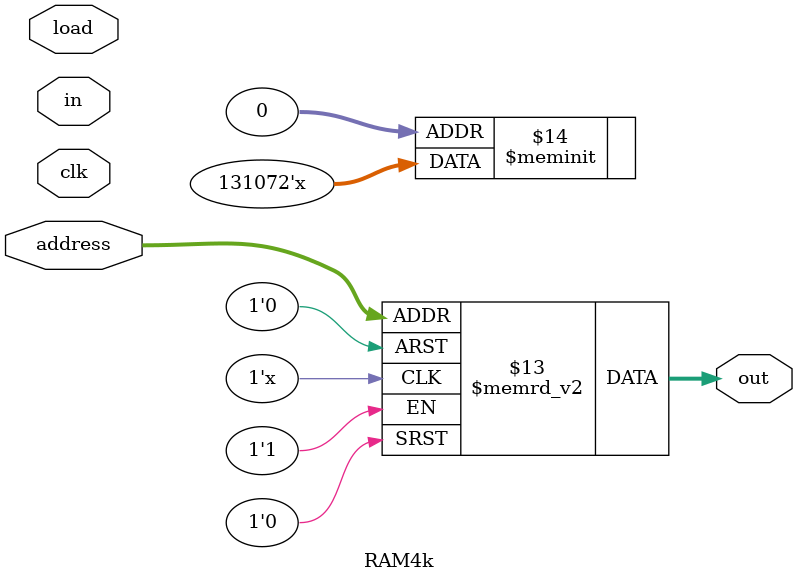
<source format=v>
module RAM4k(
    input  [15:0] in,
    input  [12:0]  address,
    input         load,
    input         clk,
    output reg [15:0] out 
);
    reg [15:0] ram [2**12:0]; // Define 8 registradores de 16 bits cada

    always @ (*) begin
        if (load) begin
            ram[address] <= in; 
        end

        out = ram[address]; 
    end
    
endmodule

</source>
